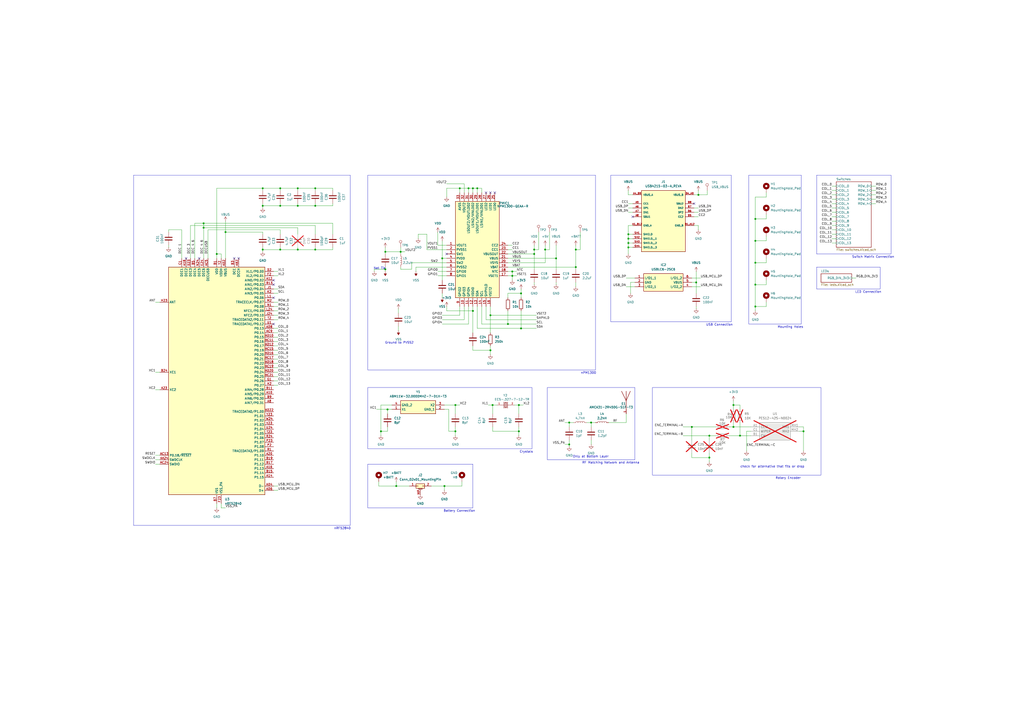
<source format=kicad_sch>
(kicad_sch (version 20250114) (generator "eeschema") (generator_version "9.0")
  (paper "A2")
  (title_block (title "60% Wireless Keyboard") (date "2025-09-20") (rev "v0.3"))
  (rectangle (start 213.36 101.6) (end 345.44 214.63))
  (rectangle (start 473.71 154.94) (end 510.54 167.64))
  (rectangle (start 434.34 101.6) (end 464.82 187.96))
  (rectangle (start 77.47 101.6) (end 203.2 304.8))
  (rectangle (start 378.46 224.79) (end 476.25 275.59))
  (rectangle (start 354.33 101.6) (end 424.18 186.69))
  (rectangle (start 317.5 224.79) (end 368.3 266.7))
  (rectangle (start 213.36 224.79) (end 308.61 260.35))
  (rectangle (start 213.36 269.24) (end 274.32 294.64))
  (rectangle (start 473.71 101.6) (end 516.89 147.32))
  (text "Battery Connection" (at 266.446 296.418 0) (effects (font (size 1.27 1.27))))
  (text "LED Connection" (at 503.682 169.418 0) (effects (font (size 1.27 1.27))))
  (text "nRF52840" (at 198.628 306.578 0) (effects (font (size 1.27 1.27))))
  (text "Crystals" (at 305.308 262.128 0) (effects (font (size 1.27 1.27))))
  (text "Switch Matrix Connection" (at 506.476 149.098 0) (effects (font (size 1.27 1.27))))
  (text "check for alternative that fits or drop" (at 448.056 270.764 0) (effects (font (size 1.27 1.27))))
  (text "Net Tie" (at 220.218 155.702 0) (effects (font (size 1.27 1.27))))
  (text "USB Connection" (at 417.322 188.468 0) (effects (font (size 1.27 1.27))))
  (text "Only at Bottom Layer" (at 342.646 264.922 0) (effects (font (size 1.27 1.27))))
  (text "nPM1300" (at 341.376 216.408 0) (effects (font (size 1.27 1.27))))
  (text "Mounting Holes" (at 458.47 189.738 0) (effects (font (size 1.27 1.27))))
  (text "Ground to PVSS2" (at 231.648 198.882 0) (effects (font (size 1.27 1.27))))
  (text "RF Matching Network and Antenna" (at 354.33 268.478 0) (effects (font (size 1.27 1.27))))
  (text "Rotary Encoder" (at 457.2 277.368 0) (effects (font (size 1.27 1.27))))
  (junction (at 334.01 154.94))
  (junction (at 257.81 281.94))
  (junction (at 438.15 152.4))
  (junction (at 466.09 250.19))
  (junction (at 220.98 250.19))
  (junction (at 125.73 147.32))
  (junction (at 309.88 144.78))
  (junction (at 300.99 234.95))
  (junction (at 300.99 250.19))
  (junction (at 172.72 119.38))
  (junction (at 152.4 144.78))
  (junction (at 425.45 234.95))
  (junction (at 364.49 138.43))
  (junction (at 266.7 109.22))
  (junction (at 162.56 119.38))
  (junction (at 294.64 187.96))
  (junction (at 438.15 165.1))
  (junction (at 309.88 147.32))
  (junction (at 182.88 119.38))
  (junction (at 256.54 149.86))
  (junction (at 302.26 190.5))
  (junction (at 297.18 157.48))
  (junction (at 182.88 109.22))
  (junction (at 403.86 163.83))
  (junction (at 438.15 177.8))
  (junction (at 364.49 135.89))
  (junction (at 264.16 234.95))
  (junction (at 405.13 113.03))
  (junction (at 297.18 160.02))
  (junction (at 284.48 182.88))
  (junction (at 276.86 109.22))
  (junction (at 285.75 234.95))
  (junction (at 182.88 144.78))
  (junction (at 316.23 144.78))
  (junction (at 330.2 245.11))
  (junction (at 162.56 144.78))
  (junction (at 330.2 257.81))
  (junction (at 224.79 237.49))
  (junction (at 438.15 127))
  (junction (at 364.49 143.51))
  (junction (at 223.52 146.05))
  (junction (at 411.48 265.43))
  (junction (at 438.15 139.7))
  (junction (at 172.72 144.78))
  (junction (at 264.16 250.19))
  (junction (at 322.58 149.86))
  (junction (at 401.32 247.65))
  (junction (at 274.32 109.22))
  (junction (at 274.32 180.34))
  (junction (at 162.56 109.22))
  (junction (at 223.52 156.21))
  (junction (at 152.4 119.38))
  (junction (at 232.41 146.05))
  (junction (at 152.4 109.22))
  (junction (at 334.01 144.78))
  (junction (at 302.26 170.18))
  (junction (at 130.81 134.62))
  (junction (at 429.26 252.73))
  (junction (at 364.49 140.97))
  (junction (at 172.72 109.22))
  (junction (at 411.48 252.73))
  (junction (at 342.9 245.11))
  (junction (at 229.87 281.94))
  (junction (at 118.11 132.08))
  (junction (at 284.48 203.2))
  (junction (at 118.11 129.54))
  (junction (at 271.78 109.22))
  (junction (at 425.45 247.65))
  (no_connect (at 158.75 165.1))
  (no_connect (at 158.75 187.96))
  (no_connect (at 138.43 149.86))
  (no_connect (at 281.94 111.76))
  (no_connect (at 158.75 172.72))
  (no_connect (at 287.02 111.76))
  (no_connect (at 158.75 162.56))
  (no_connect (at 259.08 147.32))
  (no_connect (at 115.57 149.86))
  (no_connect (at 284.48 111.76))
  (no_connect (at 402.59 118.11))
  (no_connect (at 135.89 149.86))
  (no_connect (at 107.95 149.86))
  (no_connect (at 367.03 125.73))
  (wire (pts (xy 276.86 111.76) (xy 276.86 109.22)))
  (wire (pts (xy 217.17 156.21) (xy 217.17 157.48)))
  (wire (pts (xy 318.77 144.78) (xy 316.23 144.78)))
  (wire (pts (xy 223.52 146.05) (xy 232.41 146.05)))
  (wire (pts (xy 334.01 154.94) (xy 334.01 144.78)))
  (wire (pts (xy 281.94 185.42) (xy 311.15 185.42)))
  (wire (pts (xy 97.79 142.24) (xy 97.79 143.51)))
  (wire (pts (xy 256.54 185.42) (xy 269.24 185.42)))
  (wire (pts (xy 285.75 250.19) (xy 300.99 250.19)))
  (wire (pts (xy 406.4 161.29) (xy 401.32 161.29)))
  (wire (pts (xy 466.09 247.65) (xy 466.09 250.19)))
  (wire (pts (xy 161.29 175.26) (xy 158.75 175.26)))
  (wire (pts (xy 410.21 113.03) (xy 405.13 113.03)))
  (wire (pts (xy 161.29 180.34) (xy 158.75 180.34)))
  (wire (pts (xy 152.4 109.22) (xy 162.56 109.22)))
  (wire (pts (xy 90.17 264.16) (xy 92.71 264.16)))
  (wire (pts (xy 264.16 234.95) (xy 266.7 234.95)))
  (wire (pts (xy 508 115.57) (xy 505.46 115.57)))
  (wire (pts (xy 162.56 143.51) (xy 162.56 144.78)))
  (wire (pts (xy 401.32 163.83) (xy 403.86 163.83)))
  (wire (pts (xy 316.23 152.4) (xy 316.23 144.78)))
  (wire (pts (xy 300.99 240.03) (xy 300.99 234.95)))
  (wire (pts (xy 256.54 149.86) (xy 256.54 162.56)))
  (wire (pts (xy 438.15 139.7) (xy 438.15 152.4)))
  (wire (pts (xy 276.86 109.22) (xy 279.4 109.22)))
  (wire (pts (xy 322.58 142.24) (xy 322.58 149.86)))
  (wire (pts (xy 257.81 284.48) (xy 257.81 281.94)))
  (wire (pts (xy 444.5 127) (xy 438.15 127)))
  (wire (pts (xy 284.48 182.88) (xy 284.48 193.04)))
  (wire (pts (xy 267.97 279.4) (xy 267.97 281.94)))
  (wire (pts (xy 367.03 135.89) (xy 364.49 135.89)))
  (wire (pts (xy 364.49 130.81) (xy 364.49 135.89)))
  (wire (pts (xy 364.49 120.65) (xy 367.03 120.65)))
  (wire (pts (xy 238.76 156.21) (xy 232.41 156.21)))
  (wire (pts (xy 297.18 157.48) (xy 297.18 160.02)))
  (wire (pts (xy 161.29 203.2) (xy 158.75 203.2)))
  (wire (pts (xy 250.19 281.94) (xy 257.81 281.94)))
  (wire (pts (xy 422.91 252.73) (xy 429.26 252.73)))
  (wire (pts (xy 444.5 175.26) (xy 444.5 177.8)))
  (wire (pts (xy 403.86 163.83) (xy 403.86 170.18)))
  (wire (pts (xy 110.49 130.81) (xy 182.88 130.81)))
  (wire (pts (xy 264.16 234.95) (xy 264.16 240.03)))
  (wire (pts (xy 259.08 106.68) (xy 269.24 106.68)))
  (wire (pts (xy 482.6 140.97) (xy 485.14 140.97)))
  (wire (pts (xy 161.29 157.48) (xy 158.75 157.48)))
  (wire (pts (xy 172.72 144.78) (xy 182.88 144.78)))
  (wire (pts (xy 279.4 111.76) (xy 279.4 109.22)))
  (wire (pts (xy 425.45 247.65) (xy 435.61 247.65)))
  (wire (pts (xy 482.6 125.73) (xy 485.14 125.73)))
  (wire (pts (xy 276.86 190.5) (xy 302.26 190.5)))
  (wire (pts (xy 294.64 152.4) (xy 316.23 152.4)))
  (wire (pts (xy 90.17 226.06) (xy 92.71 226.06)))
  (wire (pts (xy 193.04 135.89) (xy 193.04 129.54)))
  (wire (pts (xy 425.45 245.11) (xy 425.45 247.65)))
  (wire (pts (xy 267.97 281.94) (xy 257.81 281.94)))
  (wire (pts (xy 231.14 191.77) (xy 231.14 189.23)))
  (wire (pts (xy 162.56 109.22) (xy 172.72 109.22)))
  (wire (pts (xy 152.4 144.78) (xy 162.56 144.78)))
  (wire (pts (xy 161.29 195.58) (xy 158.75 195.58)))
  (wire (pts (xy 247.65 144.78) (xy 247.65 135.89)))
  (wire (pts (xy 294.64 170.18) (xy 302.26 170.18)))
  (wire (pts (xy 152.4 135.89) (xy 152.4 134.62)))
  (wire (pts (xy 247.65 135.89) (xy 242.57 135.89)))
  (wire (pts (xy 125.73 147.32) (xy 125.73 149.86)))
  (wire (pts (xy 256.54 139.7) (xy 256.54 149.86)))
  (wire (pts (xy 444.5 165.1) (xy 438.15 165.1)))
  (wire (pts (xy 364.49 138.43) (xy 364.49 140.97)))
  (wire (pts (xy 161.29 177.8) (xy 158.75 177.8)))
  (wire (pts (xy 330.2 245.11) (xy 330.2 247.65)))
  (wire (pts (xy 274.32 203.2) (xy 284.48 203.2)))
  (wire (pts (xy 482.6 135.89) (xy 485.14 135.89)))
  (wire (pts (xy 429.26 245.11) (xy 429.26 252.73)))
  (wire (pts (xy 219.71 281.94) (xy 229.87 281.94)))
  (wire (pts (xy 220.98 234.95) (xy 220.98 250.19)))
  (wire (pts (xy 294.64 149.86) (xy 322.58 149.86)))
  (wire (pts (xy 508 110.49) (xy 505.46 110.49)))
  (wire (pts (xy 363.22 166.37) (xy 368.3 166.37)))
  (wire (pts (xy 161.29 198.12) (xy 158.75 198.12)))
  (wire (pts (xy 396.24 247.65) (xy 401.32 247.65)))
  (wire (pts (xy 330.2 257.81) (xy 327.66 257.81)))
  (wire (pts (xy 433.07 261.62) (xy 433.07 250.19)))
  (wire (pts (xy 433.07 250.19) (xy 435.61 250.19)))
  (wire (pts (xy 130.81 128.27) (xy 130.81 134.62)))
  (wire (pts (xy 482.6 113.03) (xy 485.14 113.03)))
  (wire (pts (xy 232.41 147.32) (xy 232.41 146.05)))
  (wire (pts (xy 508 113.03) (xy 505.46 113.03)))
  (wire (pts (xy 113.03 129.54) (xy 113.03 149.86)))
  (wire (pts (xy 152.4 119.38) (xy 162.56 119.38)))
  (wire (pts (xy 223.52 156.21) (xy 223.52 157.48)))
  (wire (pts (xy 365.76 163.83) (xy 365.76 170.18)))
  (wire (pts (xy 224.79 247.65) (xy 224.79 250.19)))
  (wire (pts (xy 411.48 265.43) (xy 411.48 262.89)))
  (wire (pts (xy 285.75 247.65) (xy 285.75 250.19)))
  (wire (pts (xy 406.4 166.37) (xy 401.32 166.37)))
  (wire (pts (xy 182.88 143.51) (xy 182.88 144.78)))
  (wire (pts (xy 256.54 149.86) (xy 259.08 149.86)))
  (wire (pts (xy 281.94 177.8) (xy 281.94 185.42)))
  (wire (pts (xy 256.54 187.96) (xy 271.78 187.96)))
  (wire (pts (xy 193.04 143.51) (xy 193.04 144.78)))
  (wire (pts (xy 231.14 179.07) (xy 231.14 181.61)))
  (wire (pts (xy 130.81 134.62) (xy 130.81 149.86)))
  (wire (pts (xy 161.29 281.94) (xy 158.75 281.94)))
  (wire (pts (xy 256.54 170.18) (xy 256.54 172.72)))
  (wire (pts (xy 118.11 132.08) (xy 172.72 132.08)))
  (wire (pts (xy 242.57 135.89) (xy 242.57 138.43)))
  (wire (pts (xy 161.29 185.42) (xy 158.75 185.42)))
  (wire (pts (xy 302.26 180.34) (xy 302.26 190.5)))
  (wire (pts (xy 444.5 124.46) (xy 444.5 127)))
  (wire (pts (xy 411.48 265.43) (xy 411.48 267.97)))
  (wire (pts (xy 336.55 134.62) (xy 336.55 144.78)))
  (wire (pts (xy 482.6 115.57) (xy 485.14 115.57)))
  (wire (pts (xy 161.29 160.02) (xy 158.75 160.02)))
  (wire (pts (xy 309.88 144.78) (xy 309.88 142.24)))
  (wire (pts (xy 368.3 163.83) (xy 365.76 163.83)))
  (wire (pts (xy 316.23 144.78) (xy 316.23 142.24)))
  (wire (pts (xy 269.24 177.8) (xy 269.24 185.42)))
  (wire (pts (xy 161.29 182.88) (xy 158.75 182.88)))
  (wire (pts (xy 466.09 250.19) (xy 466.09 261.62)))
  (wire (pts (xy 425.45 234.95) (xy 425.45 237.49)))
  (wire (pts (xy 238.76 152.4) (xy 259.08 152.4)))
  (wire (pts (xy 309.88 147.32) (xy 309.88 156.21)))
  (wire (pts (xy 238.76 152.4) (xy 238.76 156.21)))
  (wire (pts (xy 274.32 200.66) (xy 274.32 203.2)))
  (wire (pts (xy 266.7 111.76) (xy 266.7 109.22)))
  (wire (pts (xy 269.24 111.76) (xy 269.24 106.68)))
  (wire (pts (xy 300.99 250.19) (xy 300.99 247.65)))
  (wire (pts (xy 90.17 215.9) (xy 92.71 215.9)))
  (wire (pts (xy 364.49 118.11) (xy 367.03 118.11)))
  (wire (pts (xy 113.03 129.54) (xy 118.11 129.54)))
  (wire (pts (xy 438.15 152.4) (xy 438.15 165.1)))
  (wire (pts (xy 300.99 234.95) (xy 303.53 234.95)))
  (wire (pts (xy 444.5 137.16) (xy 444.5 139.7)))
  (wire (pts (xy 438.15 127) (xy 438.15 139.7)))
  (wire (pts (xy 128.27 294.64) (xy 128.27 292.1)))
  (wire (pts (xy 172.72 143.51) (xy 172.72 144.78)))
  (wire (pts (xy 220.98 250.19) (xy 224.79 250.19)))
  (wire (pts (xy 284.48 205.74) (xy 284.48 203.2)))
  (wire (pts (xy 162.56 119.38) (xy 172.72 119.38)))
  (wire (pts (xy 90.17 269.24) (xy 92.71 269.24)))
  (wire (pts (xy 152.4 120.65) (xy 152.4 119.38)))
  (wire (pts (xy 438.15 165.1) (xy 438.15 177.8)))
  (wire (pts (xy 364.49 140.97) (xy 364.49 143.51)))
  (wire (pts (xy 342.9 245.11) (xy 342.9 247.65)))
  (wire (pts (xy 297.18 142.24) (xy 294.64 142.24)))
  (wire (pts (xy 363.22 161.29) (xy 368.3 161.29)))
  (wire (pts (xy 284.48 182.88) (xy 311.15 182.88)))
  (wire (pts (xy 422.91 247.65) (xy 425.45 247.65)))
  (wire (pts (xy 229.87 281.94) (xy 237.49 281.94)))
  (wire (pts (xy 482.6 123.19) (xy 485.14 123.19)))
  (wire (pts (xy 162.56 110.49) (xy 162.56 109.22)))
  (wire (pts (xy 429.26 252.73) (xy 435.61 252.73)))
  (wire (pts (xy 90.17 175.26) (xy 92.71 175.26)))
  (wire (pts (xy 162.56 144.78) (xy 172.72 144.78)))
  (wire (pts (xy 227.33 234.95) (xy 220.98 234.95)))
  (wire (pts (xy 405.13 133.35) (xy 405.13 130.81)))
  (wire (pts (xy 364.49 143.51) (xy 364.49 147.32)))
  (wire (pts (xy 396.24 252.73) (xy 411.48 252.73)))
  (wire (pts (xy 294.64 172.72) (xy 294.64 170.18)))
  (wire (pts (xy 364.49 123.19) (xy 367.03 123.19)))
  (wire (pts (xy 330.2 255.27) (xy 330.2 257.81)))
  (wire (pts (xy 482.6 130.81) (xy 485.14 130.81)))
  (wire (pts (xy 327.66 245.11) (xy 330.2 245.11)))
  (wire (pts (xy 172.72 109.22) (xy 182.88 109.22)))
  (wire (pts (xy 274.32 180.34) (xy 274.32 193.04)))
  (wire (pts (xy 254 142.24) (xy 259.08 142.24)))
  (wire (pts (xy 152.4 109.22) (xy 125.73 109.22)))
  (wire (pts (xy 182.88 118.11) (xy 182.88 119.38)))
  (wire (pts (xy 125.73 109.22) (xy 125.73 147.32)))
  (wire (pts (xy 405.13 125.73) (xy 402.59 125.73)))
  (wire (pts (xy 298.45 234.95) (xy 300.99 234.95)))
  (wire (pts (xy 403.86 157.48) (xy 403.86 163.83)))
  (wire (pts (xy 274.32 109.22) (xy 271.78 109.22)))
  (wire (pts (xy 482.6 138.43) (xy 485.14 138.43)))
  (wire (pts (xy 444.5 149.86) (xy 444.5 152.4)))
  (wire (pts (xy 161.29 223.52) (xy 158.75 223.52)))
  (wire (pts (xy 161.29 193.04) (xy 158.75 193.04)))
  (wire (pts (xy 128.27 147.32) (xy 125.73 147.32)))
  (wire (pts (xy 405.13 110.49) (xy 405.13 113.03)))
  (wire (pts (xy 172.72 109.22) (xy 172.72 110.49)))
  (wire (pts (xy 193.04 129.54) (xy 118.11 129.54)))
  (wire (pts (xy 193.04 110.49) (xy 193.04 109.22)))
  (wire (pts (xy 482.6 110.49) (xy 485.14 110.49)))
  (wire (pts (xy 130.81 294.64) (xy 128.27 294.64)))
  (wire (pts (xy 342.9 257.81) (xy 342.9 255.27)))
  (wire (pts (xy 302.26 190.5) (xy 311.15 190.5)))
  (wire (pts (xy 405.13 123.19) (xy 402.59 123.19)))
  (wire (pts (xy 220.98 252.73) (xy 220.98 250.19)))
  (wire (pts (xy 294.64 154.94) (xy 334.01 154.94)))
  (wire (pts (xy 364.49 135.89) (xy 364.49 138.43)))
  (wire (pts (xy 353.06 245.11) (xy 363.22 245.11)))
  (wire (pts (xy 405.13 120.65) (xy 402.59 120.65)))
  (wire (pts (xy 120.65 133.35) (xy 120.65 149.86)))
  (wire (pts (xy 318.77 134.62) (xy 318.77 144.78)))
  (wire (pts (xy 294.64 157.48) (xy 297.18 157.48)))
  (wire (pts (xy 266.7 109.22) (xy 271.78 109.22)))
  (wire (pts (xy 224.79 237.49) (xy 224.79 240.03)))
  (wire (pts (xy 496.57 161.29) (xy 494.03 161.29)))
  (wire (pts (xy 274.32 180.34) (xy 259.08 180.34)))
  (wire (pts (xy 241.3 157.48) (xy 241.3 154.94)))
  (wire (pts (xy 172.72 118.11) (xy 172.72 119.38)))
  (wire (pts (xy 444.5 114.3) (xy 438.15 114.3)))
  (wire (pts (xy 309.88 165.1) (xy 309.88 163.83)))
  (wire (pts (xy 162.56 135.89) (xy 162.56 133.35)))
  (wire (pts (xy 161.29 200.66) (xy 158.75 200.66)))
  (wire (pts (xy 410.21 110.49) (xy 410.21 113.03)))
  (wire (pts (xy 482.6 133.35) (xy 485.14 133.35)))
  (wire (pts (xy 260.35 250.19) (xy 264.16 250.19)))
  (wire (pts (xy 232.41 143.51) (xy 232.41 146.05)))
  (wire (pts (xy 334.01 154.94) (xy 334.01 156.21)))
  (wire (pts (xy 297.18 144.78) (xy 294.64 144.78)))
  (wire (pts (xy 161.29 205.74) (xy 158.75 205.74)))
  (wire (pts (xy 482.6 120.65) (xy 485.14 120.65)))
  (wire (pts (xy 257.81 237.49) (xy 260.35 237.49)))
  (wire (pts (xy 429.26 234.95) (xy 425.45 234.95)))
  (wire (pts (xy 264.16 250.19) (xy 264.16 247.65)))
  (wire (pts (xy 401.32 247.65) (xy 415.29 247.65)))
  (wire (pts (xy 330.2 245.11) (xy 332.74 245.11)))
  (wire (pts (xy 297.18 157.48) (xy 299.72 157.48)))
  (wire (pts (xy 322.58 149.86) (xy 322.58 156.21)))
  (wire (pts (xy 508 118.11) (xy 505.46 118.11)))
  (wire (pts (xy 405.13 113.03) (xy 402.59 113.03)))
  (wire (pts (xy 285.75 234.95) (xy 288.29 234.95)))
  (wire (pts (xy 254 157.48) (xy 259.08 157.48)))
  (wire (pts (xy 425.45 232.41) (xy 425.45 234.95)))
  (wire (pts (xy 340.36 245.11) (xy 342.9 245.11)))
  (wire (pts (xy 247.65 144.78) (xy 259.08 144.78)))
  (wire (pts (xy 312.42 144.78) (xy 309.88 144.78)))
  (wire (pts (xy 161.29 208.28) (xy 158.75 208.28)))
  (wire (pts (xy 322.58 163.83) (xy 322.58 165.1)))
  (wire (pts (xy 118.11 129.54) (xy 118.11 132.08)))
  (wire (pts (xy 482.6 107.95) (xy 485.14 107.95)))
  (wire (pts (xy 182.88 109.22) (xy 182.88 110.49)))
  (wire (pts (xy 403.86 179.07) (xy 403.86 177.8)))
  (wire (pts (xy 271.78 111.76) (xy 271.78 109.22)))
  (wire (pts (xy 105.41 133.35) (xy 105.41 149.86)))
  (wire (pts (xy 130.81 134.62) (xy 152.4 134.62)))
  (wire (pts (xy 259.08 109.22) (xy 259.08 114.3)))
  (wire (pts (xy 411.48 255.27) (xy 411.48 252.73)))
  (wire (pts (xy 274.32 177.8) (xy 274.32 180.34)))
  (wire (pts (xy 266.7 109.22) (xy 259.08 109.22)))
  (wire (pts (xy 125.73 294.64) (xy 125.73 292.1)))
  (wire (pts (xy 217.17 156.21) (xy 223.52 156.21)))
  (wire (pts (xy 364.49 113.03) (xy 367.03 113.03)))
  (wire (pts (xy 300.99 252.73) (xy 300.99 250.19)))
  (wire (pts (xy 161.29 284.48) (xy 158.75 284.48)))
  (wire (pts (xy 266.7 177.8) (xy 266.7 182.88)))
  (wire (pts (xy 264.16 252.73) (xy 264.16 250.19)))
  (wire (pts (xy 279.4 187.96) (xy 294.64 187.96)))
  (wire (pts (xy 161.29 218.44) (xy 158.75 218.44)))
  (wire (pts (xy 110.49 149.86) (xy 110.49 130.81)))
  (wire (pts (xy 271.78 177.8) (xy 271.78 187.96)))
  (wire (pts (xy 364.49 138.43) (xy 367.03 138.43)))
  (wire (pts (xy 161.29 213.36) (xy 158.75 213.36)))
  (wire (pts (xy 223.52 147.32) (xy 223.52 146.05)))
  (wire (pts (xy 444.5 152.4) (xy 438.15 152.4)))
  (wire (pts (xy 438.15 114.3) (xy 438.15 127)))
  (wire (pts (xy 482.6 118.11) (xy 485.14 118.11)))
  (wire (pts (xy 438.15 177.8) (xy 438.15 180.34)))
  (wire (pts (xy 508 107.95) (xy 505.46 107.95)))
  (wire (pts (xy 90.17 266.7) (xy 92.71 266.7)))
  (wire (pts (xy 182.88 144.78) (xy 193.04 144.78)))
  (wire (pts (xy 444.5 162.56) (xy 444.5 165.1)))
  (wire (pts (xy 364.49 110.49) (xy 364.49 113.03)))
  (wire (pts (xy 302.26 170.18) (xy 302.26 172.72)))
  (wire (pts (xy 294.64 180.34) (xy 294.64 187.96)))
  (wire (pts (xy 285.75 240.03) (xy 285.75 234.95)))
  (wire (pts (xy 152.4 143.51) (xy 152.4 144.78)))
  (wire (pts (xy 279.4 177.8) (xy 279.4 187.96)))
  (wire (pts (xy 312.42 134.62) (xy 312.42 144.78)))
  (wire (pts (xy 429.26 237.49) (xy 429.26 234.95)))
  (wire (pts (xy 162.56 133.35) (xy 120.65 133.35)))
  (wire (pts (xy 219.71 279.4) (xy 219.71 281.94)))
  (wire (pts (xy 284.48 177.8) (xy 284.48 182.88)))
  (wire (pts (xy 232.41 146.05) (xy 234.95 146.05)))
  (wire (pts (xy 334.01 144.78) (xy 334.01 142.24)))
  (wire (pts (xy 276.86 177.8) (xy 276.86 190.5)))
  (wire (pts (xy 182.88 109.22) (xy 193.04 109.22)))
  (wire (pts (xy 260.35 237.49) (xy 260.35 250.19)))
  (wire (pts (xy 274.32 109.22) (xy 276.86 109.22)))
  (wire (pts (xy 342.9 245.11) (xy 345.44 245.11)))
  (wire (pts (xy 254 160.02) (xy 259.08 160.02)))
  (wire (pts (xy 254 142.24) (xy 254 134.62)))
  (wire (pts (xy 444.5 139.7) (xy 438.15 139.7)))
  (wire (pts (xy 182.88 119.38) (xy 193.04 119.38)))
  (wire (pts (xy 463.55 250.19) (xy 466.09 250.19)))
  (wire (pts (xy 274.32 111.76) (xy 274.32 109.22)))
  (wire (pts (xy 172.72 119.38) (xy 182.88 119.38)))
  (wire (pts (xy 172.72 135.89) (xy 172.72 132.08)))
  (wire (pts (xy 257.81 234.95) (xy 264.16 234.95)))
  (wire (pts (xy 152.4 118.11) (xy 152.4 119.38)))
  (wire (pts (xy 161.29 220.98) (xy 158.75 220.98)))
  (wire (pts (xy 444.5 111.76) (xy 444.5 114.3)))
  (wire (pts (xy 364.49 140.97) (xy 367.03 140.97)))
  (wire (pts (xy 223.52 154.94) (xy 223.52 156.21)))
  (wire (pts (xy 367.03 130.81) (xy 364.49 130.81)))
  (wire (pts (xy 297.18 160.02) (xy 297.18 162.56)))
  (wire (pts (xy 193.04 119.38) (xy 193.04 118.11)))
  (wire (pts (xy 161.29 215.9) (xy 158.75 215.9)))
  (wire (pts (xy 336.55 144.78) (xy 334.01 144.78)))
  (wire (pts (xy 363.22 240.03) (xy 363.22 245.11)))
  (wire (pts (xy 299.72 160.02) (xy 297.18 160.02)))
  (wire (pts (xy 161.29 210.82) (xy 158.75 210.82)))
  (wire (pts (xy 161.29 190.5) (xy 158.75 190.5)))
  (wire (pts (xy 256.54 182.88) (xy 266.7 182.88)))
  (wire (pts (xy 415.29 252.73) (xy 411.48 252.73)))
  (wire (pts (xy 401.32 265.43) (xy 411.48 265.43)))
  (wire (pts (xy 405.13 130.81) (xy 402.59 130.81)))
  (wire (pts (xy 444.5 177.8) (xy 438.15 177.8)))
  (wire (pts (xy 401.32 247.65) (xy 401.32 255.27)))
  (wire (pts (xy 284.48 203.2) (xy 284.48 200.66)))
  (wire (pts (xy 482.6 128.27) (xy 485.14 128.27)))
  (wire (pts (xy 97.79 134.62) (xy 97.79 133.35)))
  (wire (pts (xy 118.11 132.08) (xy 118.11 149.86)))
  (wire (pts (xy 401.32 262.89) (xy 401.32 265.43)))
  (wire (pts (xy 182.88 135.89) (xy 182.88 130.81)))
  (wire (pts (xy 128.27 149.86) (xy 128.27 147.32)))
  (wire (pts (xy 223.52 143.51) (xy 223.52 146.05)))
  (wire (pts (xy 229.87 279.4) (xy 229.87 281.94)))
  (wire (pts (xy 334.01 163.83) (xy 334.01 166.37)))
  (wire (pts (xy 364.49 143.51) (xy 367.03 143.51)))
  (wire (pts (xy 152.4 110.49) (xy 152.4 109.22)))
  (wire (pts (xy 309.88 147.32) (xy 309.88 144.78)))
  (wire (pts (xy 294.64 187.96) (xy 311.15 187.96)))
  (wire (pts (xy 152.4 144.78) (xy 152.4 146.05)))
  (wire (pts (xy 224.79 237.49) (xy 227.33 237.49)))
  (wire (pts (xy 241.3 154.94) (xy 259.08 154.94)))
  (wire (pts (xy 218.44 237.49) (xy 224.79 237.49)))
  (wire (pts (xy 232.41 156.21) (xy 232.41 154.94)))
  (wire (pts (xy 294.64 160.02) (xy 297.18 160.02)))
  (wire (pts (xy 97.79 133.35) (xy 105.41 133.35)))
  (wire (pts (xy 161.29 167.64) (xy 158.75 167.64)))
  (wire (pts (xy 302.26 167.64) (xy 302.26 170.18)))
  (wire (pts (xy 259.08 180.34) (xy 259.08 177.8)))
  (wire (pts (xy 162.56 118.11) (xy 162.56 119.38)))
  (wire (pts (xy 294.64 147.32) (xy 309.88 147.32)))
  (wire (pts (xy 283.21 234.95) (xy 285.75 234.95)))
  (wire (pts (xy 161.29 170.18) (xy 158.75 170.18)))
  (wire (pts (xy 463.55 247.65) (xy 466.09 247.65)))
  (wire (pts (xy 330.2 259.08) (xy 330.2 257.81)))
  (label "VOUT2" (at 234.95 146.05 0))
  (label "COL_1" (at 161.29 193.04 0))
  (label "COL_7" (at 161.29 208.28 0))
  (label "GPIO0" (at 254 157.48 180))
  (label "GPIO2" (at 256.54 182.88 180))
  (label "COL_4" (at 161.29 200.66 0))
  (label "CC1" (at 297.18 144.78 0))
  (label "XL2" (at 161.29 160.02 0))
  (label "SHPHLD" (at 311.15 185.42 0))
  (label "GPIO1" (at 254 160.02 180))
  (label "USB_MCU_DN" (at 406.4 166.37 0))
  (label "DEC 1" (at 105.41 147.32 90))
  (label "ROW_3" (at 508 115.57 0))
  (label "SCL" (at 161.29 170.18 0))
  (label "COL_5" (at 482.6 120.65 180))
  (label "USB_DP" (at 405.13 123.19 0))
  (label "COL_10" (at 482.6 133.35 180))
  (label "ENC_TERMINAL-B" (at 396.24 252.73 180))
  (label "ROW_4" (at 161.29 185.42 0))
  (label "COL_2" (at 482.6 113.03 180))
  (label "COL_0" (at 482.6 107.95 180))
  (label "COL_8" (at 482.6 128.27 180))
  (label "XC1" (at 218.44 237.49 180))
  (label "ROW_2" (at 508 113.03 0))
  (label "ROW_0" (at 508 107.95 0))
  (label "ROW_3" (at 161.29 182.88 0))
  (label "SCL" (at 311.15 187.96 0))
  (label "ROW_1" (at 508 110.49 0))
  (label "GPIO4" (at 256.54 187.96 180))
  (label "USB_DP" (at 364.49 120.65 180))
  (label "COL_1" (at 482.6 110.49 180))
  (label "PVSS1" (at 254 144.78 180))
  (label "USB_DN" (at 405.13 120.65 0))
  (label "COL_9" (at 161.29 213.36 0))
  (label "COL_0" (at 161.29 190.5 0))
  (label "COL_8" (at 161.29 210.82 0))
  (label "USB_DN" (at 363.22 166.37 180))
  (label "DEC 4 6" (at 113.03 147.32 90))
  (label "COL_10" (at 161.29 215.9 0))
  (label "VOUT2" (at 259.08 106.68 180))
  (label "VSS_PA" (at 327.66 257.81 180))
  (label "CC2" (at 405.13 125.73 0))
  (label "COL_3" (at 161.29 198.12 0))
  (label "SDA" (at 161.29 167.64 0))
  (label "SWDIO" (at 90.17 269.24 180))
  (label "XC1" (at 90.17 215.9 180))
  (label "COL_6" (at 482.6 123.19 180))
  (label "CC2" (at 297.18 142.24 0))
  (label "USB_MCU_DP" (at 161.29 284.48 0))
  (label "XL1" (at 161.29 157.48 0))
  (label "VSET1" (at 299.72 160.02 0))
  (label "SW2" (at 254 152.4 180))
  (label "XL1" (at 283.21 234.95 180))
  (label "XL2" (at 303.53 234.95 0))
  (label "ENC_TERMINAL-C" (at 433.07 259.08 0))
  (label "ANT" (at 90.17 175.26 180))
  (label "COL_13" (at 482.6 140.97 180))
  (label "VOUT1" (at 254 142.24 180))
  (label "ANT" (at 327.66 245.11 180))
  (label "COL_4" (at 482.6 118.11 180))
  (label "CC1" (at 364.49 118.11 180))
  (label "USB_DP" (at 363.22 161.29 180))
  (label "ROW_4" (at 508 118.11 0))
  (label "VBUSOUT" (at 297.18 147.32 0))
  (label "COL_2" (at 161.29 195.58 0))
  (label "ROW_0" (at 161.29 175.26 0))
  (label "COL_13" (at 161.29 223.52 0))
  (label "ENC_TERMINAL-A" (at 396.24 247.65 180))
  (label "COL_9" (at 482.6 130.81 180))
  (label "USB_MCU_DP" (at 406.4 161.29 0))
  (label "VSET2" (at 311.15 182.88 0))
  (label "SDA" (at 311.15 190.5 0))
  (label "USB_DN" (at 364.49 123.19 180))
  (label "NTC" (at 299.72 157.48 0))
  (label "COL_7" (at 482.6 125.73 180))
  (label "RF" (at 355.6 245.11 0))
  (label "USB_MCU_DN" (at 161.29 281.94 0))
  (label "DEC 4 6" (at 118.11 147.32 90))
  (label "COL_11" (at 482.6 135.89 180))
  (label "COL_6" (at 161.29 205.74 0))
  (label "RGB_DIN_3V3" (at 496.57 161.29 0))
  (label "ROW_2" (at 161.29 180.34 0))
  (label "COL_12" (at 161.29 220.98 0))
  (label "VSS_PA" (at 130.81 294.64 0))
  (label "COL_12" (at 482.6 138.43 180))
  (label "VBAT" (at 297.18 154.94 0))
  (label "GPIO3" (at 256.54 185.42 180))
  (label "COL_11" (at 161.29 218.44 0))
  (label "DEC 3" (at 110.49 147.32 90))
  (label "COL_5" (at 161.29 203.2 0))
  (label "VBUS" (at 297.18 149.86 0))
  (label "XC2" (at 266.7 234.95 0))
  (label "XC2" (at 90.17 226.06 180))
  (label "VSYS" (at 297.18 152.4 0))
  (label "RESET" (at 90.17 264.16 180))
  (label "ROW_1" (at 161.29 177.8 0))
  (label "DECUSB" (at 120.65 147.32 90))
  (label "SWDCLK" (at 90.17 266.7 180))
  (label "COL_3" (at 482.6 115.57 180))
  (symbol (lib_id "Connector_Generic_MountingPin:Conn_02x01_MountingPin") (at 242.57 281.94 0) (unit 1)
    (property "Reference" "J2" (at 243.84 275.59 0))
    (property "Value" "Conn_02x01_MountingPin" (at 243.84 278.13 0))
    (property "Footprint" "Connector_JST:JST_PH_S2B-PH-SM4-TB_1x02-1MP_P2.00mm_Horizontal" (effects (hide yes)))
    (property "Description" "Generic connectable mounting pin connector, double row, 02x01, this symbol is compatible with counter-clockwise, top-bottom and odd-even numbering schemes., script generated (kicad-library-utils/schlib/autogen/connector/)" (effects (hide yes)))
  )
  (symbol (lib_id "Device:L") (at 349.25 245.11 90) (unit 1)
    (property "Reference" "L4" (at 349.25 240.03 90))
    (property "Value" "2.2nH" (at 349.25 242.57 90))
    (property "Footprint" "Inductor_SMD:L_0201_0603Metric" (effects (hide yes)))
    (property "Description" "Inductor" (effects (hide yes)))
  )
  (symbol (lib_id "power:GND") (at 152.4 146.05 0) (unit 1)
    (property "Reference" "#PWR073" (effects (hide yes)))
    (property "Value" "GND" (at 152.4 151.13 0))
    (property "Description" "Power symbol creates a global label with name \"GND\" , ground" (effects (hide yes)))
  )
  (symbol (lib_id "power:GND") (at 466.09 261.62 0) (unit 1) (on_board no)
    (property "Reference" "#PWR068" (effects (hide yes)))
    (property "Value" "GND" (at 466.09 266.7 0))
    (property "Description" "Power symbol creates a global label with name \"GND\" , ground" (effects (hide yes)))
  )
  (symbol (lib_id "power:GND") (at 403.86 179.07 0) (unit 1)
    (property "Reference" "#PWR061" (effects (hide yes)))
    (property "Value" "GND" (at 403.86 184.15 0))
    (property "Description" "Power symbol creates a global label with name \"GND\" , ground" (effects (hide yes)))
  )
  (symbol (lib_id "Device:R") (at 419.1 247.65 90) (unit 1) (on_board no) (dnp yes)
    (property "Reference" "R6" (at 418.846 243.586 90))
    (property "Value" "10K" (at 419.1 245.618 90))
    (property "Footprint" "Resistor_SMD:R_0402_1005Metric" (effects (hide yes)))
    (property "Description" "Resistor" (effects (hide yes)))
  )
  (symbol (lib_id "Device:C") (at 401.32 259.08 0) (unit 1) (on_board no) (dnp yes)
    (property "Reference" "C25" (at 404.622 257.81 0) (effects (justify left)))
    (property "Value" "10nF" (at 404.622 260.35 0) (effects (justify left)))
    (property "Footprint" "Capacitor_SMD:C_0402_1005Metric" (effects (hide yes)))
    (property "Description" "Unpolarized capacitor" (effects (hide yes)))
  )
  (symbol (lib_id "AMCA31-2R450G-S1F-T3:AMCA31-2R450G-S1F-T3") (at 363.22 234.95 0) (unit 1)
    (property "Reference" "E1" (at 360.426 234.188 0) (effects (justify left)))
    (property "Value" "AMCA31-2R450G-S1F-T3" (at 341.884 236.22 0) (effects (justify left)))
    (property "Footprint" "SamacSys_Parts:XDCR_AMCA31-2R450G-S1F-T3" (effects (hide yes)))
    (property "PARTREV" "03-21-19" (effects (hide yes)))
    (property "STANDARD" "Manufacturer Recommendations" (effects (hide yes)))
    (property "SNAPEDA_PN" "AMCA31-2R450G-S1F-T3" (effects (hide yes)))
    (property "MAXIMUM_PACKAGE_HEIGHT" "1.4mm" (effects (hide yes)))
    (property "MANUFACTURER" "Abracon" (effects (hide yes)))
  )
  (symbol (lib_id "power:GND") (at 243.84 287.02 0) (unit 1)
    (property "Reference" "#PWR070" (effects (hide yes)))
    (property "Value" "GND" (at 243.84 292.1 0))
    (property "Description" "Power symbol creates a global label with name \"GND\" , ground" (effects (hide yes)))
  )
  (symbol (lib_id "power:+3V3") (at 259.08 177.8 0) (unit 1)
    (property "Reference" "#PWR043" (effects (hide yes)))
    (property "Value" "+3V3" (at 259.08 172.72 0))
    (property "Description" "Power symbol creates a global label with name \"+3V3\"" (effects (hide yes)))
  )
  (symbol (lib_id "Device:C") (at 334.01 160.02 0) (unit 1)
    (property "Reference" "C20" (at 337.82 158.7499 0) (effects (justify left)))
    (property "Value" "2.2uF" (at 337.82 161.2899 0) (effects (justify left)))
    (property "Footprint" "Capacitor_SMD:C_0402_1005Metric" (effects (hide yes)))
    (property "Description" "Unpolarized capacitor" (effects (hide yes)))
  )
  (symbol (lib_id "Device:C") (at 193.04 114.3 0) (unit 1)
    (property "Reference" "C37" (at 199.39 114.3 90))
    (property "Value" "100nF" (at 196.85 114.3 90))
    (property "Footprint" "Capacitor_SMD:C_0402_1005Metric" (effects (hide yes)))
    (property "Description" "Unpolarized capacitor" (effects (hide yes)))
  )
  (symbol (lib_id "Device:C") (at 231.14 185.42 0) (unit 1)
    (property "Reference" "C23" (at 234.442 184.15 0) (effects (justify left)))
    (property "Value" "10uF" (at 234.442 186.69 0) (effects (justify left)))
    (property "Footprint" "Capacitor_SMD:C_0603_1608Metric" (effects (hide yes)))
    (property "Description" "Unpolarized capacitor" (effects (hide yes)))
  )
  (symbol (lib_id "power:GND") (at 242.57 138.43 0) (unit 1)
    (property "Reference" "#PWR024" (effects (hide yes)))
    (property "Value" "GND" (at 242.57 143.51 0))
    (property "Description" "Power symbol creates a global label with name \"GND\" , ground" (effects (hide yes)))
  )
  (symbol (lib_id "Device:R") (at 429.26 241.3 0) (unit 1) (on_board no) (dnp yes)
    (property "Reference" "R5" (at 431.8 240.0299 0) (effects (justify left)))
    (property "Value" "10K" (at 431.8 242.5699 0) (effects (justify left)))
    (property "Footprint" "Resistor_SMD:R_0402_1005Metric" (effects (hide yes)))
    (property "Description" "Resistor" (effects (hide yes)))
  )
  (symbol (lib_id "power:+3V3") (at 425.45 232.41 0) (unit 1) (on_board no)
    (property "Reference" "#PWR064" (effects (hide yes)))
    (property "Value" "+3V3" (at 425.45 227.33 0))
    (property "Description" "Power symbol creates a global label with name \"+3V3\"" (effects (hide yes)))
  )
  (symbol (lib_id "Device:R") (at 302.26 176.53 0) (unit 1)
    (property "Reference" "R2" (at 304.8 175.2599 0) (effects (justify left)))
    (property "Value" "10k" (at 304.8 177.7999 0) (effects (justify left)))
    (property "Footprint" "Resistor_SMD:R_0402_1005Metric" (effects (hide yes)))
    (property "Description" "Resistor" (effects (hide yes)))
  )
  (symbol (lib_id "power:GND") (at 411.48 267.97 0) (unit 1) (on_board no)
    (property "Reference" "#PWR071" (effects (hide yes)))
    (property "Value" "GND" (at 411.48 273.05 0))
    (property "Description" "Power symbol creates a global label with name \"GND\" , ground" (effects (hide yes)))
  )
  (symbol (lib_id "Device:C") (at 182.88 114.3 0) (unit 1)
    (property "Reference" "C36" (at 189.23 114.3 90))
    (property "Value" "100nF" (at 186.69 114.3 90))
    (property "Footprint" "Capacitor_SMD:C_0402_1005Metric" (effects (hide yes)))
    (property "Description" "Unpolarized capacitor" (effects (hide yes)))
  )
  (symbol (lib_id "power:GND") (at 264.16 252.73 0) (unit 1)
    (property "Reference" "#PWR016" (effects (hide yes)))
    (property "Value" "GND" (at 264.16 257.81 0))
    (property "Description" "Power symbol creates a global label with name \"GND\" , ground" (effects (hide yes)))
  )
  (symbol (lib_id "power:GND") (at 217.17 157.48 0) (unit 1)
    (property "Reference" "#PWR032" (effects (hide yes)))
    (property "Value" "GND" (at 217.17 162.56 0))
    (property "Description" "Power symbol creates a global label with name \"GND\" , ground" (effects (hide yes)))
  )
  (symbol (lib_id "Device:C") (at 403.86 173.99 0) (unit 1)
    (property "Reference" "C22" (at 407.67 172.7199 0) (effects (justify left)))
    (property "Value" "100nF" (at 407.67 175.2599 0) (effects (justify left)))
    (property "Footprint" "Capacitor_SMD:C_0402_1005Metric" (effects (hide yes)))
    (property "Description" "Unpolarized capacitor" (effects (hide yes)))
  )
  (symbol (lib_id "Device:C") (at 342.9 251.46 0) (unit 1)
    (property "Reference" "C11" (at 346.71 250.1899 0) (effects (justify left)))
    (property "Value" "1.2pF" (at 346.71 252.7299 0) (effects (justify left)))
    (property "Footprint" "Capacitor_SMD:C_0201_0603Metric" (effects (hide yes)))
    (property "Description" "Unpolarized capacitor" (effects (hide yes)))
  )
  (symbol (lib_id "USB4215-03-A_REVA:USB4215-03-A_REVA") (at 384.81 123.19 0) (unit 1)
    (property "Reference" "J1" (at 384.81 105.41 0))
    (property "Value" "USB4215-03-A_REVA" (at 384.81 107.95 0))
    (property "Footprint" "SamacSys_Parts:GCT_USB4215-03-A_REVA" (effects (hide yes)))
    (property "MF" "Global Connector Technology" (effects (hide yes)))
    (property "MAXIMUM_PACKAGE_HEIGHT" "3.16mm" (effects (hide yes)))
    (property "CREATOR" "Amina" (effects (hide yes)))
    (property "Price" "None" (effects (hide yes)))
    (property "Package" "None" (effects (hide yes)))
    (property "Check_prices" "https://www.snapeda.com/parts/USB4215-03-A/Global+Connector+Technology/view-part/?ref=eda" (effects (hide yes)))
    (property "STANDARD" "Manufacturer Recommendations" (effects (hide yes)))
    (property "PARTREV" "A" (effects (hide yes)))
    (property "VERIFIER" "Your name, use the same always" (effects (hide yes)))
    (property "SnapEDA_Link" "https://www.snapeda.com/parts/USB4215-03-A/Global+Connector+Technology/view-part/?ref=snap" (effects (hide yes)))
    (property "MP" "USB4215-03-A" (effects (hide yes)))
    (property "Description_1" "USB-C (USB TYPE-C) USB 2.0 Receptacle Connector 24 (16+8 Dummy) Position Surface Mount, Right Angle; Through Hole" (effects (hide yes)))
    (property "Availability" "In Stock" (effects (hide yes)))
    (property "MANUFACTURER" "Global Connector Technology" (effects (hide yes)))
  )
  (symbol (lib_id "SamacSys_Parts:NPM1300-QEAA-R7") (at 259.08 142.24 0) (unit 1)
    (property "Reference" "PMIC1" (at 292.608 117.856 0))
    (property "Value" "NPM1300-QEAA-R" (at 297.434 119.634 0))
    (property "Footprint" "SamacSys_Parts:QFN50P500X500X90-33N" (effects (hide yes)))
    (property "Datasheet" "https://mm.digikey.com/Volume0/opasdata/d220001/medias/docus/6443/NPM1300-QEAA-R7.pdf" (effects (hide yes)))
    (property "Description" "Battery Power Management IC Lithium Ion/Polymer 32-QFN (5x5)" (effects (hide yes)))
    (property "Height" "0.9" (effects (hide yes)))
    (property "Mouser Part Number" "949-NPM1300-QEAA-R7" (effects (hide yes)))
    (property "Mouser Price/Stock" "https://www.mouser.co.uk/ProductDetail/Nordic-Semiconductor/nPM1300-QEAA-R7?qs=3pZoU%2F6IRTj0hxAp51B2zA%3D%3D" (effects (hide yes)))
    (property "Manufacturer_Name" "Nordic Semiconductor" (effects (hide yes)))
    (property "Manufacturer_Part_Number" "NPM1300-QEAA-R7" (effects (hide yes)))
  )
  (symbol (lib_id "power:+5V") (at 316.23 142.24 0) (unit 1)
    (property "Reference" "#PWR027" (effects (hide yes)))
    (property "Value" "+5V" (at 316.23 137.16 0))
    (property "Description" "Power symbol creates a global label with name \"+5V\"" (effects (hide yes)))
  )
  (symbol (lib_id "power:GND") (at 257.81 284.48 0) (unit 1)
    (property "Reference" "#PWR069" (effects (hide yes)))
    (property "Value" "GND" (at 257.81 289.56 0))
    (property "Description" "Power symbol creates a global label with name \"GND\" , ground" (effects (hide yes)))
  )
  (symbol (lib_id "Device:C") (at 193.04 139.7 180) (unit 1)
    (property "Reference" "C1" (at 196.85 138.4299 0) (effects (justify right)))
    (property "Value" "1uF" (at 196.85 140.9699 0) (effects (justify right)))
    (property "Footprint" "Capacitor_SMD:C_0402_1005Metric" (effects (hide yes)))
    (property "Description" "Unpolarized capacitor" (effects (hide yes)))
  )
  (symbol (lib_id "Device:C") (at 182.88 139.7 0) (unit 1)
    (property "Reference" "C29" (at 189.23 139.7 90))
    (property "Value" "100pF" (at 186.69 139.7 90))
    (property "Footprint" "Capacitor_SMD:C_0402_1005Metric" (effects (hide yes)))
    (property "Description" "Unpolarized capacitor" (effects (hide yes)))
  )
  (symbol (lib_id "power:GND") (at 259.08 114.3 0) (unit 1)
    (property "Reference" "#PWR021" (effects (hide yes)))
    (property "Value" "GND" (at 259.08 119.38 0))
    (property "Description" "Power symbol creates a global label with name \"GND\" , ground" (effects (hide yes)))
  )
  (symbol (lib_id "Device:C") (at 322.58 160.02 0) (unit 1)
    (property "Reference" "C19" (at 326.39 158.7499 0) (effects (justify left)))
    (property "Value" "1uF" (at 326.39 161.2899 0) (effects (justify left)))
    (property "Footprint" "Capacitor_SMD:C_0402_1005Metric" (effects (hide yes)))
    (property "Description" "Unpolarized capacitor" (effects (hide yes)))
  )
  (symbol (lib_id "power:+3V3") (at 302.26 167.64 0) (unit 1)
    (property "Reference" "#PWR040" (effects (hide yes)))
    (property "Value" "+3V3" (at 302.26 162.56 0))
    (property "Description" "Power symbol creates a global label with name \"+3V3\"" (effects (hide yes)))
  )
  (symbol (lib_id "Mechanical:MountingHole_Pad") (at 267.97 276.86 0) (unit 1) (exclude_from_sim yes) (in_bom no)
    (property "Reference" "H8" (at 265.43 276.8601 0) (effects (justify right)))
    (property "Value" "GND" (at 265.43 274.3201 0) (effects (justify right)))
    (property "Footprint" "TestPoint:TestPoint_THTPad_2.5x2.5mm_Drill1.2mm" (effects (hide yes)))
    (property "Description" "Mounting Hole with connection" (effects (hide yes)))
  )
  (symbol (lib_id "Device:C") (at 256.54 166.37 0) (unit 1)
    (property "Reference" "C21" (at 259.842 165.1 0) (effects (justify left)))
    (property "Value" "10uF" (at 259.842 167.64 0) (effects (justify left)))
    (property "Footprint" "Capacitor_SMD:C_0603_1608Metric" (effects (hide yes)))
    (property "Description" "Unpolarized capacitor" (effects (hide yes)))
  )
  (symbol (lib_id "power:+3V3") (at 223.52 143.51 0) (unit 1)
    (property "Reference" "#PWR030" (effects (hide yes)))
    (property "Value" "+3V3" (at 223.52 138.43 0))
    (property "Description" "Power symbol creates a global label with name \"+3V3\"" (effects (hide yes)))
  )
  (symbol (lib_id "Device:C") (at 172.72 139.7 0) (unit 1) (dnp yes)
    (property "Reference" "C30" (at 179.07 139.7 90))
    (property "Value" "DNP" (at 176.53 139.7 90))
    (property "Footprint" "Capacitor_SMD:C_0402_1005Metric" (effects (hide yes)))
    (property "Description" "Unpolarized capacitor" (effects (hide yes)))
  )
  (symbol (lib_id "Device:C") (at 411.48 259.08 0) (unit 1) (on_board no) (dnp yes)
    (property "Reference" "C26" (at 414.782 257.81 0) (effects (justify left)))
    (property "Value" "10nF" (at 414.782 260.35 0) (effects (justify left)))
    (property "Footprint" "Capacitor_SMD:C_0402_1005Metric" (effects (hide yes)))
    (property "Description" "Unpolarized capacitor" (effects (hide yes)))
  )
  (symbol (lib_id "power:VBUS") (at 405.13 110.49 0) (unit 1)
    (property "Reference" "#PWR020" (effects (hide yes)))
    (property "Value" "VBUS" (at 405.13 105.41 0))
    (property "Description" "Power symbol creates a global label with name \"VBUS\"" (effects (hide yes)))
  )
  (symbol (lib_id "power:VSS") (at 223.52 157.48 180) (unit 1)
    (property "Reference" "#PWR033" (effects (hide yes)))
    (property "Value" "VSS" (at 223.52 162.56 0))
    (property "Description" "Power symbol creates a global label with name \"VSS\"" (effects (hide yes)))
  )
  (symbol (lib_id "Device:R") (at 294.64 176.53 0) (unit 1)
    (property "Reference" "R1" (at 297.18 175.2599 0) (effects (justify left)))
    (property "Value" "10k" (at 297.18 177.7999 0) (effects (justify left)))
    (property "Footprint" "Resistor_SMD:R_0402_1005Metric" (effects (hide yes)))
    (property "Description" "Resistor" (effects (hide yes)))
  )
  (symbol (lib_id "power:VDD") (at 254 134.62 0) (unit 1)
    (property "Reference" "#PWR023" (effects (hide yes)))
    (property "Value" "VDD" (at 254 129.54 0))
    (property "Description" "Power symbol creates a global label with name \"VDD\"" (effects (hide yes)))
  )
  (symbol (lib_id "power:VDD") (at 231.14 179.07 0) (unit 1)
    (property "Reference" "#PWR060" (effects (hide yes)))
    (property "Value" "VDD" (at 231.14 173.99 0))
    (property "Description" "Power symbol creates a global label with name \"VDD\"" (effects (hide yes)))
  )
  (symbol (lib_id "power:VBUS") (at 130.81 128.27 0) (unit 1)
    (property "Reference" "#PWR075" (effects (hide yes)))
    (property "Value" "VBUS" (at 130.81 124.46 0))
    (property "Description" "Power symbol creates a global label with name \"VBUS\"" (effects (hide yes)))
  )
  (symbol (lib_id "power:GND") (at 322.58 165.1 0) (unit 1)
    (property "Reference" "#PWR038" (effects (hide yes)))
    (property "Value" "GND" (at 322.58 170.18 0))
    (property "Description" "Power symbol creates a global label with name \"GND\" , ground" (effects (hide yes)))
  )
  (symbol (lib_id "power:+BATT") (at 229.87 279.4 0) (unit 1)
    (property "Reference" "#PWR066" (effects (hide yes)))
    (property "Value" "+BATT" (at 229.87 274.32 0))
    (property "Description" "Power symbol creates a global label with name \"+BATT\"" (effects (hide yes)))
  )
  (symbol (lib_id "power:GND") (at 300.99 252.73 0) (unit 1)
    (property "Reference" "#PWR017" (effects (hide yes)))
    (property "Value" "GND" (at 300.99 257.81 0))
    (property "Description" "Power symbol creates a global label with name \"GND\" , ground" (effects (hide yes)))
  )
  (symbol (lib_id "power:GND") (at 330.2 259.08 0) (unit 1)
    (property "Reference" "#PWR013" (effects (hide yes)))
    (property "Value" "GND" (at 330.2 264.16 0))
    (property "Description" "Power symbol creates a global label with name \"GND\" , ground" (effects (hide yes)))
  )
  (symbol (lib_id "power:VSS") (at 256.54 172.72 180) (unit 1)
    (property "Reference" "#PWR042" (effects (hide yes)))
    (property "Value" "VSS" (at 256.54 177.8 0))
    (property "Description" "Power symbol creates a global label with name \"VSS\"" (effects (hide yes)))
  )
  (symbol (lib_id "power:GND") (at 334.01 166.37 0) (unit 1)
    (property "Reference" "#PWR039" (effects (hide yes)))
    (property "Value" "GND" (at 334.01 171.45 0))
    (property "Description" "Power symbol creates a global label with name \"GND\" , ground" (effects (hide yes)))
  )
  (symbol (lib_id "Device:C") (at 224.79 243.84 0) (unit 1)
    (property "Reference" "C12" (at 228.6 242.5699 0) (effects (justify left)))
    (property "Value" "8pF" (at 228.6 245.1099 0) (effects (justify left)))
    (property "Footprint" "Capacitor_SMD:C_0402_1005Metric" (effects (hide yes)))
    (property "Description" "Unpolarized capacitor" (effects (hide yes)))
  )
  (symbol (lib_id "ECS-.327-7-12-TR:ECS-.327-7-12-TR") (at 293.37 234.95 0) (unit 1)
    (property "Reference" "Y2" (at 294.386 229.362 0) (effects (justify right)))
    (property "Value" "ECS-.327-7-12-TR" (at 307.086 231.648 0) (effects (justify right)))
    (property "Footprint" "SamacSys_Parts:XTAL_ECS-.327-7-12-TR" (effects (hide yes)))
    (property "PARTREV" "2017" (effects (hide yes)))
    (property "STANDARD" "Manufacturer recommendations" (effects (hide yes)))
    (property "MANUFACTURER" "ECS INC" (effects (hide yes)))
  )
  (symbol (lib_id "Device:C") (at 172.72 114.3 0) (unit 1)
    (property "Reference" "C35" (at 179.07 114.3 90))
    (property "Value" "100nF" (at 176.53 114.3 90))
    (property "Footprint" "Capacitor_SMD:C_0402_1005Metric" (effects (hide yes)))
    (property "Description" "Unpolarized capacitor" (effects (hide yes)))
  )
  (symbol (lib_id "power:GND") (at 309.88 165.1 0) (unit 1)
    (property "Reference" "#PWR037" (effects (hide yes)))
    (property "Value" "GND" (at 309.88 170.18 0))
    (property "Description" "Power symbol creates a global label with name \"GND\" , ground" (effects (hide yes)))
  )
  (symbol (lib_id "SamacSys_Parts:ABM11W-32.0000MHZ-7-D1X-T3") (at 227.33 234.95 0) (unit 1)
    (property "Reference" "Y1" (at 242.57 227.33 0))
    (property "Value" "ABM11W-32.0000MHZ-7-D1X-T3" (at 242.57 229.87 0))
    (property "Footprint" "SamacSys_Parts:ABM11W300000MHZ4B1UT3" (effects (hide yes)))
    (property "Datasheet" "https://abracon.com/Resonators/ABM11W.pdf" (effects (hide yes)))
    (property "Description" "IoT OPTIMIZED LOW PROFILE QUARTZ CRYSTAL" (effects (hide yes)))
    (property "Height" "0.5" (effects (hide yes)))
    (property "Mouser Part Number" "815-11W32-7D1XT" (effects (hide yes)))
    (property "Mouser Price/Stock" "https://www.mouser.co.uk/ProductDetail/ABRACON/ABM11W-32.0000MHZ-7-D1X-T3?qs=5aG0NVq1C4yhBY9NCVX1Dg%3D%3D" (effects (hide yes)))
    (property "Manufacturer_Name" "ABRACON" (effects (hide yes)))
    (property "Manufacturer_Part_Number" "ABM11W-32.0000MHZ-7-D1X-T3" (effects (hide yes)))
  )
  (symbol (lib_id "power:VSS") (at 231.14 191.77 180) (unit 1)
    (property "Reference" "#PWR063" (effects (hide yes)))
    (property "Value" "VSS" (at 231.14 196.85 0))
    (property "Description" "Power symbol creates a global label with name \"VSS\"" (effects (hide yes)))
  )
  (symbol (lib_id "Connector:TestPoint") (at 318.77 134.62 0) (unit 1)
    (property "Reference" "TP3" (at 319.532 133.35 0) (effects (justify left)))
    (property "Value" "5V" (effects (hide yes)))
    (property "Footprint" "TestPoint:TestPoint_Pad_D2.0mm" (effects (hide yes)))
    (property "Description" "test point" (effects (hide yes)))
  )
  (symbol (lib_id "power:VBUS") (at 364.49 110.49 0) (unit 1)
    (property "Reference" "#PWR019" (effects (hide yes)))
    (property "Value" "VBUS" (at 364.49 105.41 0))
    (property "Description" "Power symbol creates a global label with name \"VBUS\"" (effects (hide yes)))
  )
  (symbol (lib_id "Device:C") (at 152.4 114.3 0) (unit 1)
    (property "Reference" "C34" (at 158.75 114.3 90))
    (property "Value" "4.7uF" (at 156.21 114.3 90))
    (property "Footprint" "Capacitor_SMD:C_0402_1005Metric" (effects (hide yes)))
    (property "Description" "Unpolarized capacitor" (effects (hide yes)))
  )
  (symbol (lib_id "power:+BATT") (at 334.01 142.24 0) (unit 1)
    (property "Reference" "#PWR029" (effects (hide yes)))
    (property "Value" "+BATT" (at 334.01 137.16 0))
    (property "Description" "Power symbol creates a global label with name \"+BATT\"" (effects (hide yes)))
  )
  (symbol (lib_id "Device:C") (at 162.56 114.3 180) (unit 1)
    (property "Reference" "C2" (at 166.37 113.0299 0) (effects (justify right)))
    (property "Value" "1uF" (at 166.37 115.5699 0) (effects (justify right)))
    (property "Footprint" "Capacitor_SMD:C_0402_1005Metric" (effects (hide yes)))
    (property "Description" "Unpolarized capacitor" (effects (hide yes)))
  )
  (symbol (lib_id "Mechanical:MountingHole_Pad") (at 444.5 160.02 0) (unit 1) (exclude_from_sim yes) (in_bom no)
    (property "Reference" "H5" (at 447.04 157.4799 0) (effects (justify left)))
    (property "Value" "MountingHole_Pad" (at 447.04 160.0199 0) (effects (justify left)))
    (property "Footprint" "MountingHole:MountingHole_2.2mm_M2_Pad" (effects (hide yes)))
    (property "Description" "Mounting Hole with connection" (effects (hide yes)))
  )
  (symbol (lib_id "Device:C") (at 274.32 196.85 0) (unit 1)
    (property "Reference" "C24" (at 278.13 195.5799 0) (effects (justify left)))
    (property "Value" "100nF" (at 278.13 198.1199 0) (effects (justify left)))
    (property "Footprint" "Capacitor_SMD:C_0402_1005Metric" (effects (hide yes)))
    (property "Description" "Unpolarized capacitor" (effects (hide yes)))
  )
  (symbol (lib_id "Device:L") (at 336.55 245.11 90) (unit 1)
    (property "Reference" "L3" (at 336.55 240.03 90))
    (property "Value" "4.7nH" (at 336.55 242.57 90))
    (property "Footprint" "Inductor_SMD:L_0201_0603Metric" (effects (hide yes)))
    (property "Description" "Inductor" (effects (hide yes)))
  )
  (symbol (lib_id "Connector:TestPoint") (at 312.42 134.62 0) (unit 1)
    (property "Reference" "TP2" (at 313.182 133.35 0) (effects (justify left)))
    (property "Value" "VBUSOUT" (effects (hide yes)))
    (property "Footprint" "TestPoint:TestPoint_Pad_D2.0mm" (effects (hide yes)))
    (property "Description" "test point" (effects (hide yes)))
  )
  (symbol (lib_id "power:GND") (at 125.73 294.64 0) (unit 1)
    (property "Reference" "#PWR072" (effects (hide yes)))
    (property "Value" "GND" (at 125.73 299.72 0))
    (property "Description" "Power symbol creates a global label with name \"GND\" , ground" (effects (hide yes)))
  )
  (symbol (lib_id "power:GND") (at 152.4 120.65 0) (unit 1)
    (property "Reference" "#PWR076" (effects (hide yes)))
    (property "Value" "GND" (at 152.4 125.73 0))
    (property "Description" "Power symbol creates a global label with name \"GND\" , ground" (effects (hide yes)))
  )
  (symbol (lib_id "Mechanical:MountingHole_Pad") (at 444.5 172.72 0) (unit 1) (exclude_from_sim yes) (in_bom no)
    (property "Reference" "H6" (at 447.04 170.1799 0) (effects (justify left)))
    (property "Value" "MountingHole_Pad" (at 447.04 172.7199 0) (effects (justify left)))
    (property "Footprint" "MountingHole:MountingHole_2.2mm_M2_Pad" (effects (hide yes)))
    (property "Description" "Mounting Hole with connection" (effects (hide yes)))
  )
  (symbol (lib_id "Device:C") (at 97.79 138.43 180) (unit 1)
    (property "Reference" "C31" (at 91.44 138.43 90))
    (property "Value" "100nF" (at 93.98 138.43 90))
    (property "Footprint" "Capacitor_SMD:C_0402_1005Metric" (effects (hide yes)))
    (property "Description" "Unpolarized capacitor" (effects (hide yes)))
  )
  (symbol (lib_id "Connector:TestPoint") (at 336.55 134.62 0) (unit 1)
    (property "Reference" "TP5" (at 337.312 133.35 0) (effects (justify left)))
    (property "Value" "VBAT" (effects (hide yes)))
    (property "Footprint" "TestPoint:TestPoint_Pad_D2.0mm" (effects (hide yes)))
    (property "Description" "test point" (effects (hide yes)))
  )
  (symbol (lib_id "Device:C") (at 223.52 151.13 0) (unit 1)
    (property "Reference" "C17" (at 226.822 149.86 0) (effects (justify left)))
    (property "Value" "10uF" (at 226.822 152.4 0) (effects (justify left)))
    (property "Footprint" "Capacitor_SMD:C_0603_1608Metric" (effects (hide yes)))
    (property "Description" "Unpolarized capacitor" (effects (hide yes)))
  )
  (symbol (lib_id "MCU_Nordic:nRF52840") (at 125.73 220.98 0) (unit 1)
    (property "Reference" "U3" (at 130.4133 289.56 0) (effects (justify left)))
    (property "Value" "nRF52840" (at 130.4133 292.1 0) (effects (justify left)))
    (property "Footprint" "Package_DFN_QFN:Nordic_AQFN-73-1EP_7x7mm_P0.5mm" (effects (hide yes)))
    (property "Datasheet" "http://infocenter.nordicsemi.com/topic/com.nordic.infocenter.nrf52/dita/nrf52/chips/nrf52840.html" (effects (hide yes)))
    (property "Description" "Multiprotocol BLE/ANT/2.4 GHz/802.15.4 Cortex-M4F SoC, AQFN-73" (effects (hide yes)))
  )
  (symbol (lib_id "Device:C") (at 285.75 243.84 180) (unit 1)
    (property "Reference" "C14" (at 278.13 243.84 90))
    (property "Value" "8pF" (at 280.67 243.84 90))
    (property "Footprint" "Capacitor_SMD:C_0402_1005Metric" (effects (hide yes)))
    (property "Description" "Unpolarized capacitor" (effects (hide yes)))
  )
  (symbol (lib_id "power:VDD") (at 256.54 139.7 0) (unit 1)
    (property "Reference" "#PWR025" (effects (hide yes)))
    (property "Value" "VDD" (at 256.54 134.62 0))
    (property "Description" "Power symbol creates a global label with name \"VDD\"" (effects (hide yes)))
  )
  (symbol (lib_id "power:VSS") (at 241.3 157.48 180) (unit 1)
    (property "Reference" "#PWR034" (effects (hide yes)))
    (property "Value" "VSS" (at 241.3 162.56 0))
    (property "Description" "Power symbol creates a global label with name \"VSS\"" (effects (hide yes)))
  )
  (symbol (lib_id "power:GND") (at 364.49 147.32 0) (unit 1)
    (property "Reference" "#PWR031" (effects (hide yes)))
    (property "Value" "GND" (at 364.49 152.4 0))
    (property "Description" "Power symbol creates a global label with name \"GND\" , ground" (effects (hide yes)))
  )
  (symbol (lib_id "Mechanical:MountingHole_Pad") (at 444.5 134.62 0) (unit 1) (exclude_from_sim yes) (in_bom no)
    (property "Reference" "H3" (at 447.04 132.0799 0) (effects (justify left)))
    (property "Value" "MountingHole_Pad" (at 447.04 134.6199 0) (effects (justify left)))
    (property "Footprint" "MountingHole:MountingHole_2.2mm_M2_Pad" (effects (hide yes)))
    (property "Description" "Mounting Hole with connection" (effects (hide yes)))
  )
  (symbol (lib_id "Mechanical:MountingHole_Pad") (at 219.71 276.86 0) (unit 1) (exclude_from_sim yes) (in_bom no)
    (property "Reference" "H7" (at 222.25 274.3199 0) (effects (justify left)))
    (property "Value" "+BATT" (at 222.25 276.8599 0) (effects (justify left)))
    (property "Footprint" "TestPoint:TestPoint_THTPad_D2.5mm_Drill1.2mm" (effects (hide yes)))
    (property "Description" "Mounting Hole with connection" (effects (hide yes)))
  )
  (symbol (lib_id "SamacSys_Parts:PES12-42S-N0024") (at 435.61 247.65 0) (unit 1) (on_board no) (dnp yes)
    (property "Reference" "U1" (at 449.58 240.03 0))
    (property "Value" "PES12-42S-N0024" (at 449.58 242.57 0))
    (property "Footprint" "SamacSys_Parts:PES1242SN0024" (effects (hide yes)))
    (property "Datasheet" "https://www.bourns.com/docs/Product-Datasheets/PES12.pdf" (effects (hide yes)))
    (property "Description" "Encoder: incremental; THT; 24imp/revol; Pos: 24; two phase A and B" (effects (hide yes)))
    (property "Height" "8.8" (effects (hide yes)))
    (property "Mouser Part Number" "652-PES1242SN0024" (effects (hide yes)))
    (property "Mouser Price/Stock" "https://www.mouser.co.uk/ProductDetail/Bourns/PES12-42S-N0024?qs=9fn1gpisni7dJzyRXeQZlQ%3D%3D" (effects (hide yes)))
    (property "Manufacturer_Name" "Bourns" (effects (hide yes)))
    (property "Manufacturer_Part_Number" "PES12-42S-N0024" (effects (hide yes)))
  )
  (symbol (lib_id "power:GND") (at 433.07 261.62 0) (unit 1) (on_board no)
    (property "Reference" "#PWR067" (effects (hide yes)))
    (property "Value" "GND" (at 433.07 266.7 0))
    (property "Description" "Power symbol creates a global label with name \"GND\" , ground" (effects (hide yes)))
  )
  (symbol (lib_id "Device:C") (at 162.56 139.7 0) (unit 1)
    (property "Reference" "C32" (at 168.91 139.7 90))
    (property "Value" "4.7uF" (at 166.37 139.7 90))
    (property "Footprint" "Capacitor_SMD:C_0402_1005Metric" (effects (hide yes)))
    (property "Description" "Unpolarized capacitor" (effects (hide yes)))
  )
  (symbol (lib_id "Mechanical:MountingHole_Pad") (at 444.5 109.22 0) (unit 1) (exclude_from_sim yes) (in_bom no)
    (property "Reference" "H1" (at 447.04 106.6799 0) (effects (justify left)))
    (property "Value" "MountingHole_Pad" (at 447.04 109.2199 0) (effects (justify left)))
    (property "Footprint" "MountingHole:MountingHole_2.2mm_M2_Pad" (effects (hide yes)))
    (property "Description" "Mounting Hole with connection" (effects (hide yes)))
  )
  (symbol (lib_id "Device:L") (at 232.41 151.13 0) (unit 1)
    (property "Reference" "L5" (at 233.68 149.8599 0) (effects (justify left)))
    (property "Value" "2.2uH" (at 233.68 152.3999 0) (effects (justify left)))
    (property "Footprint" "Inductor_SMD:L_0805_2012Metric" (effects (hide yes)))
    (property "Description" "Inductor" (effects (hide yes)))
  )
  (symbol (lib_id "power:GND") (at 438.15 180.34 0) (unit 1)
    (property "Reference" "#PWR062" (effects (hide yes)))
    (property "Value" "GND" (at 438.15 185.42 0))
    (property "Description" "Power symbol creates a global label with name \"GND\" , ground" (effects (hide yes)))
  )
  (symbol (lib_id "Device:C") (at 152.4 139.7 0) (unit 1)
    (property "Reference" "C33" (at 158.75 139.7 90))
    (property "Value" "4.7uF" (at 156.21 139.7 90))
    (property "Footprint" "Capacitor_SMD:C_0402_1005Metric" (effects (hide yes)))
    (property "Description" "Unpolarized capacitor" (effects (hide yes)))
  )
  (symbol (lib_id "Mechanical:MountingHole_Pad") (at 444.5 147.32 0) (unit 1) (exclude_from_sim yes) (in_bom no)
    (property "Reference" "H4" (at 447.04 144.7799 0) (effects (justify left)))
    (property "Value" "MountingHole_Pad" (at 447.04 147.3199 0) (effects (justify left)))
    (property "Footprint" "MountingHole:MountingHole_2.2mm_M2_Pad" (effects (hide yes)))
    (property "Description" "Mounting Hole with connection" (effects (hide yes)))
  )
  (symbol (lib_id "power:GND") (at 284.48 205.74 0) (unit 1)
    (property "Reference" "#PWR065" (effects (hide yes)))
    (property "Value" "GND" (at 284.48 210.82 0))
    (property "Description" "Power symbol creates a global label with name \"GND\" , ground" (effects (hide yes)))
  )
  (symbol (lib_id "Device:R") (at 284.48 196.85 0) (unit 1)
    (property "Reference" "R3" (at 287.02 195.5799 0) (effects (justify left)))
    (property "Value" "250k" (at 287.02 198.1199 0) (effects (justify left)))
    (property "Footprint" "Resistor_SMD:R_0805_2012Metric" (effects (hide yes)))
    (property "Description" "RNCF0805BTE250K" (effects (hide yes)))
  )
  (symbol (lib_id "Device:C") (at 300.99 243.84 180) (unit 1)
    (property "Reference" "C15" (at 293.37 243.84 90))
    (property "Value" "8pF" (at 295.91 243.84 90))
    (property "Footprint" "Capacitor_SMD:C_0402_1005Metric" (effects (hide yes)))
    (property "Description" "Unpolarized capacitor" (effects (hide yes)))
  )
  (symbol (lib_id "Connector:TestPoint") (at 232.41 143.51 0) (unit 1)
    (property "Reference" "TP6" (at 233.172 142.24 0) (effects (justify left)))
    (property "Value" "USB_VBUS" (effects (hide yes)))
    (property "Footprint" "TestPoint:TestPoint_Pad_D2.0mm" (effects (hide yes)))
    (property "Description" "test point" (effects (hide yes)))
  )
  (symbol (lib_id "power:VBUS") (at 322.58 142.24 0) (unit 1)
    (property "Reference" "#PWR028" (effects (hide yes)))
    (property "Value" "VBUS" (at 322.58 137.16 0))
    (property "Description" "Power symbol creates a global label with name \"VBUS\"" (effects (hide yes)))
  )
  (symbol (lib_id "power:GND") (at 97.79 143.51 0) (unit 1)
    (property "Reference" "#PWR074" (effects (hide yes)))
    (property "Value" "GND" (at 97.79 148.59 0))
    (property "Description" "Power symbol creates a global label with name \"GND\" , ground" (effects (hide yes)))
  )
  (symbol (lib_id "power:GND") (at 405.13 133.35 0) (unit 1)
    (property "Reference" "#PWR022" (effects (hide yes)))
    (property "Value" "GND" (at 405.13 138.43 0))
    (property "Description" "Power symbol creates a global label with name \"GND\" , ground" (effects (hide yes)))
  )
  (symbol (lib_id "power:GND") (at 220.98 252.73 0) (unit 1)
    (property "Reference" "#PWR015" (effects (hide yes)))
    (property "Value" "GND" (at 220.98 257.81 0))
    (property "Description" "Power symbol creates a global label with name \"GND\" , ground" (effects (hide yes)))
  )
  (symbol (lib_id "Device:R") (at 419.1 252.73 90) (unit 1) (on_board no) (dnp yes)
    (property "Reference" "R7" (at 419.1 255.016 90))
    (property "Value" "10K" (at 419.1 256.794 90))
    (property "Footprint" "Resistor_SMD:R_0402_1005Metric" (effects (hide yes)))
    (property "Description" "Resistor" (effects (hide yes)))
  )
  (symbol (lib_id "Device:R") (at 425.45 241.3 0) (unit 1) (on_board no) (dnp yes)
    (property "Reference" "R4" (at 421.894 240.284 0) (effects (justify left)))
    (property "Value" "10K" (at 420.878 242.062 0) (effects (justify left)))
    (property "Footprint" "Resistor_SMD:R_0402_1005Metric" (effects (hide yes)))
    (property "Description" "Resistor" (effects (hide yes)))
  )
  (symbol (lib_id "Device:C") (at 330.2 251.46 0) (unit 1)
    (property "Reference" "C10" (at 334.01 250.1899 0) (effects (justify left)))
    (property "Value" "1pF" (at 334.01 252.7299 0) (effects (justify left)))
    (property "Footprint" "Capacitor_SMD:C_0201_0603Metric" (effects (hide yes)))
    (property "Description" "Unpolarized capacitor" (effects (hide yes)))
  )
  (symbol (lib_id "power:VBUS") (at 403.86 157.48 0) (unit 1)
    (property "Reference" "#PWR035" (effects (hide yes)))
    (property "Value" "VBUS" (at 403.86 152.4 0))
    (property "Description" "Power symbol creates a global label with name \"VBUS\"" (effects (hide yes)))
  )
  (symbol (lib_id "power:GND") (at 297.18 162.56 0) (unit 1)
    (property "Reference" "#PWR036" (effects (hide yes)))
    (property "Value" "GND" (at 297.18 167.64 0))
    (property "Description" "Power symbol creates a global label with name \"GND\" , ground" (effects (hide yes)))
  )
  (symbol (lib_id "Device:C") (at 309.88 160.02 0) (unit 1)
    (property "Reference" "C18" (at 313.69 158.7499 0) (effects (justify left)))
    (property "Value" "10uF" (at 313.69 161.2899 0) (effects (justify left)))
    (property "Footprint" "Capacitor_SMD:C_0603_1608Metric" (effects (hide yes)))
    (property "Description" "Unpolarized capacitor" (effects (hide yes)))
  )
  (symbol (lib_id "Connector:TestPoint") (at 410.21 110.49 0) (unit 1)
    (property "Reference" "TP1" (at 412.75 105.9179 0) (effects (justify left)))
    (property "Value" "USB_VBUS" (at 412.75 108.4579 0) (effects (justify left)))
    (property "Footprint" "TestPoint:TestPoint_Pad_D2.0mm" (effects (hide yes)))
    (property "Description" "test point" (effects (hide yes)))
  )
  (symbol (lib_id "SamacSys_Parts:USBLC6-2SC6") (at 368.3 161.29 0) (unit 1)
    (property "Reference" "IC2" (at 384.81 153.67 0))
    (property "Value" "USBLC6-2SC6" (at 384.81 156.21 0))
    (property "Footprint" "SamacSys_Parts:SOT95P280X145-6N" (effects (hide yes)))
    (property "Datasheet" "http://www.st.com/st-web-ui/static/active/en/resource/technical/document/datasheet/CD00050750.pdf" (effects (hide yes)))
    (property "Description" "TVS Diode Array Uni-Directional USBLC6-2SC6 17V, SOT-23 6-Pin" (effects (hide yes)))
    (property "Height" "1.45" (effects (hide yes)))
    (property "Mouser Part Number" "511-USBLC6-2SC6" (effects (hide yes)))
    (property "Mouser Price/Stock" "https://www.mouser.co.uk/ProductDetail/STMicroelectronics/USBLC6-2SC6?qs=po45yt2pPpu%2FhNIlwQdTlg%3D%3D" (effects (hide yes)))
    (property "Manufacturer_Name" "STMicroelectronics" (effects (hide yes)))
    (property "Manufacturer_Part_Number" "USBLC6-2SC6" (effects (hide yes)))
  )
  (symbol (lib_id "power:GND") (at 365.76 170.18 0) (unit 1)
    (property "Reference" "#PWR041" (effects (hide yes)))
    (property "Value" "GND" (at 365.76 175.26 0))
    (property "Description" "Power symbol creates a global label with name \"GND\" , ground" (effects (hide yes)))
  )
  (symbol (lib_id "power:GND") (at 342.9 257.81 0) (unit 1)
    (property "Reference" "#PWR012" (effects (hide yes)))
    (property "Value" "GND" (at 342.9 262.89 0))
    (property "Description" "Power symbol creates a global label with name \"GND\" , ground" (effects (hide yes)))
  )
  (symbol (lib_id "Mechanical:MountingHole_Pad") (at 444.5 121.92 0) (unit 1) (exclude_from_sim yes) (in_bom no)
    (property "Reference" "H2" (at 447.04 119.3799 0) (effects (justify left)))
    (property "Value" "MountingHole_Pad" (at 447.04 121.9199 0) (effects (justify left)))
    (property "Footprint" "MountingHole:MountingHole_2.2mm_M2_Pad" (effects (hide yes)))
    (property "Description" "Mounting Hole with connection" (effects (hide yes)))
  )
  (symbol (lib_id "Device:C") (at 264.16 243.84 0) (unit 1)
    (property "Reference" "C13" (at 267.97 242.5699 0) (effects (justify left)))
    (property "Value" "8pF" (at 267.97 245.1099 0) (effects (justify left)))
    (property "Footprint" "Capacitor_SMD:C_0402_1005Metric" (effects (hide yes)))
    (property "Description" "Unpolarized capacitor" (effects (hide yes)))
  )
  (symbol (lib_id "power:VDD") (at 309.88 142.24 0) (unit 1)
    (property "Reference" "#PWR026" (effects (hide yes)))
    (property "Value" "VDD" (at 309.88 137.16 0))
    (property "Description" "Power symbol creates a global label with name \"VDD\"" (effects (hide yes)))
  )
  (sheet (at 476.25 158.75) (size 17.78 5.08) (stroke (width 0.1524))
    (property "Sheetname" "LEDs" (at 476.25 158.0384 0) (effects (justify left bottom)))
    (property "Sheetfile" "leds.kicad_sch" (at 476.25 164.4146 0) (effects (justify left top)))
    (pin "RGB_DIN_3V3" input (at 494.03 161.29 0))
  )
  (sheet (at 485.14 105.41) (size 20.32 38.1) (stroke (width 0.1524))
    (property "Sheetname" "Switches" (at 485.14 104.6984 0) (effects (justify left bottom)))
    (property "Sheetfile" "switches.kicad_sch" (at 485.14 144.0946 0) (effects (justify left top)))
    (pin "COL_0" input (at 485.14 107.95 180))
    (pin "ROW_2" input (at 505.46 113.03 0))
    (pin "ROW_1" input (at 505.46 110.49 0))
    (pin "ROW_3" input (at 505.46 115.57 0))
    (pin "ROW_4" input (at 505.46 118.11 0))
    (pin "ROW_0" input (at 505.46 107.95 0))
    (pin "COL_1" input (at 485.14 110.49 180))
    (pin "COL_12" input (at 485.14 138.43 180))
    (pin "COL_3" input (at 485.14 115.57 180))
    (pin "COL_4" input (at 485.14 118.11 180))
    (pin "COL_7" input (at 485.14 125.73 180))
    (pin "COL_9" input (at 485.14 130.81 180))
    (pin "COL_8" input (at 485.14 128.27 180))
    (pin "COL_5" input (at 485.14 120.65 180))
    (pin "COL_6" input (at 485.14 123.19 180))
    (pin "COL_2" input (at 485.14 113.03 180))
    (pin "COL_10" input (at 485.14 133.35 180))
    (pin "COL_11" input (at 485.14 135.89 180))
    (pin "COL_13" input (at 485.14 140.97 180))
  )
)
</source>
